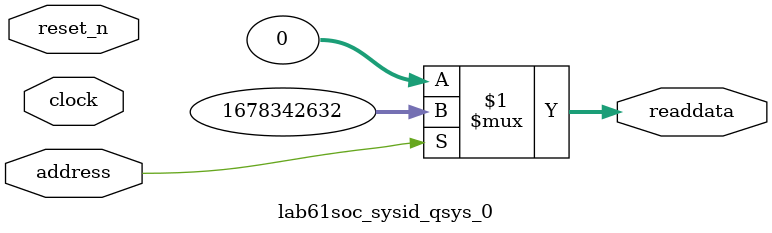
<source format=v>



// synthesis translate_off
`timescale 1ns / 1ps
// synthesis translate_on

// turn off superfluous verilog processor warnings 
// altera message_level Level1 
// altera message_off 10034 10035 10036 10037 10230 10240 10030 

module lab61soc_sysid_qsys_0 (
               // inputs:
                address,
                clock,
                reset_n,

               // outputs:
                readdata
             )
;

  output  [ 31: 0] readdata;
  input            address;
  input            clock;
  input            reset_n;

  wire    [ 31: 0] readdata;
  //control_slave, which is an e_avalon_slave
  assign readdata = address ? 1678342632 : 0;

endmodule



</source>
